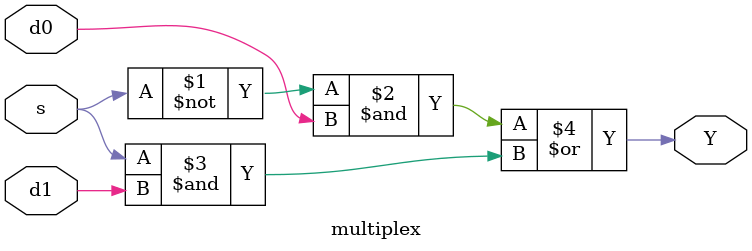
<source format=v>
module carry_bypass_adder(input [3:0]a,
	input [3:0]b,
	input c_in,
	output [3:0]sum,
	output c_out);
	
	wire e1;
	wire [3:0]e2;
	wire c_internal_out;
	
	propagate u1(a,b,e2,e1);
	ripple_carry_adder u2(a,b,c_in,sum,c_internal_out);
	multiplex u3(e1,c_internal_out,c_in,c_out);
endmodule

module ripple_carry_adder(
	input [3:0]a,
	input [3:0]b,
	input c_in,
	output [3:0]sum,
	output c_out
	);
	
	wire w1,w2,w3,w4;
	full_adder u1(a[0],b[0],c_in,sum[0],w1);
	full_adder u2(a[1],b[1],w1,sum[1],w2);
	full_adder u3(a[2],b[2],w2,sum[2],w3);
	full_adder u4(a[3],b[3],w3,sum[3],c_out);
endmodule

module full_adder(
	input a,b,c_in,
	output sum,c_out
	);

	assign sum = a^b^c_in;
	assign c_out = ((a^b)&c_in)|(a&b) ;

endmodule

module propagate(
	input [3:0]a,b,
	output [3:0]c,
	output P);
	
	
	assign c = a^b;
	assign P = &c;

endmodule


module multiplex(
	input s,d0,d1,
	output Y
	);
	
	assign Y = ((~s)&d0)|(s&d1);
endmodule 

</source>
